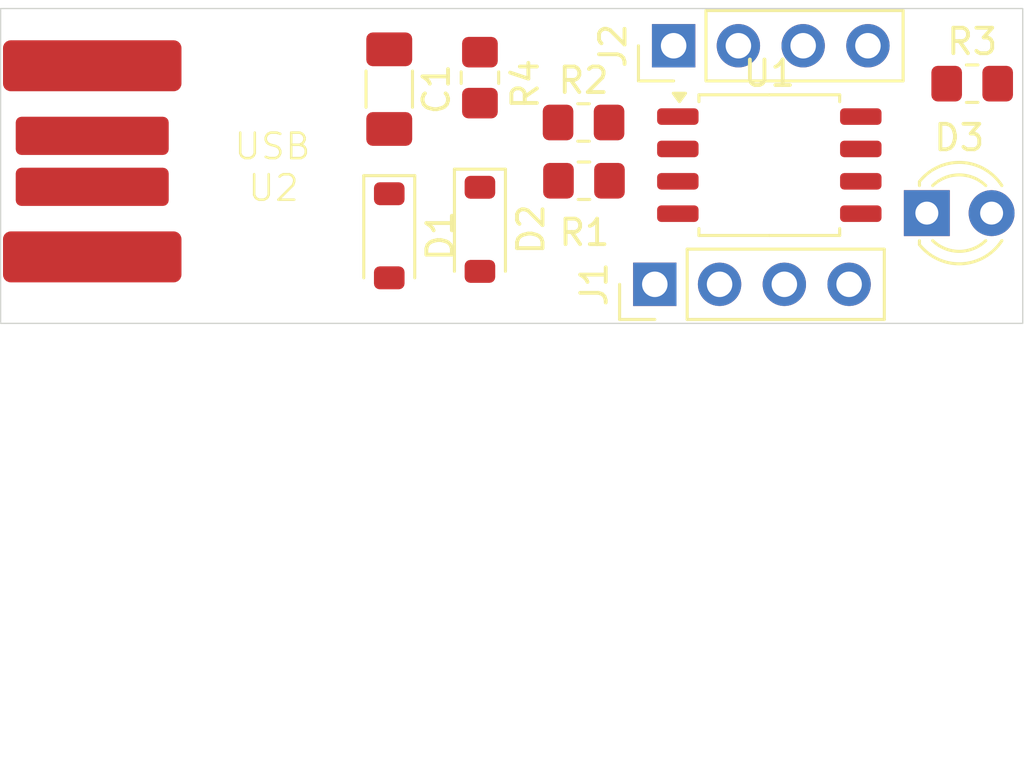
<source format=kicad_pcb>
(kicad_pcb (version 20241229) (generator "pcbnew") (generator_version "9.0")
  (layers (0 "F.Cu" signal) (2 "B.Cu" signal) (13 "F.Paste" user) (15 "B.Paste" user) (5 "F.SilkS" user "F.Silkscreen") (7 "B.SilkS" user "B.Silkscreen") (1 "F.Mask" user) (3 "B.Mask" user) (25 "Edge.Cuts" user))
  (net 0 "")
  (net 1 "+5V")
  (net 2 "GND")
  (net 3 "Net-(D1-K)")
  (net 4 "Net-(D2-K)")
  (net 5 "Net-(J2-Pin_3)")
  (net 6 "Net-(J2-Pin_2)")
  (net 7 "Net-(J1-Pin_2)")
  (net 8 "Net-(D3-A)")
  (net 11 "Net-(J2-Pin_1)")
  (net 13 "Net-(J1-Pin_1)")
  (net 14 "Net-(J1-Pin_3)")
  (footprint "Resistor_SMD:R_0805_2012Metric_Pad1.20x1.40mm_HandSolder" (layer "F.Cu") (at 128.778 104.902)
    (property "Reference" "R2" (at 0 -1.65 0) (layer "F.SilkS"))
    (property "Value" "68R" (hide yes))
    (fp_line (start -0.227064 -0.735) (end 0.227064 -0.735) (stroke (width 0.12)) (layer "F.SilkS"))
    (fp_line (start -0.227064 0.735) (end 0.227064 0.735) (stroke (width 0.12)) (layer "F.SilkS"))
    (pad "1" smd roundrect (at -1 0) (size 1.2 1.4) (layers "F.Cu" "F.Mask" "F.Paste") (roundrect_rratio 0.208333) (net 6 "Net-(J2-Pin_2)"))
    (pad "2" smd roundrect (at 1 0) (size 1.2 1.4) (layers "F.Cu" "F.Mask" "F.Paste") (roundrect_rratio 0.208333) (net 4 "Net-(D2-K)"))
  )
  (footprint "Capacitor_SMD:C_1206_3216Metric_Pad1.33x1.80mm_HandSolder" (layer "F.Cu") (at 121.158 103.5935 -90)
    (property "Reference" "C1" (at 0 -1.85 90) (layer "F.SilkS"))
    (property "Value" "100n" (hide yes))
    (fp_line (start -0.711252 0.91) (end 0.711252 0.91) (stroke (width 0.12)) (layer "F.SilkS"))
    (fp_line (start -0.711252 -0.91) (end 0.711252 -0.91) (stroke (width 0.12)) (layer "F.SilkS"))
    (pad "1" smd roundrect (at -1.5625 0 270) (size 1.325 1.8) (layers "F.Cu" "F.Mask" "F.Paste") (roundrect_rratio 0.188679) (net 1 "+5V"))
    (pad "2" smd roundrect (at 1.5625 0 270) (size 1.325 1.8) (layers "F.Cu" "F.Mask" "F.Paste") (roundrect_rratio 0.188679) (net 2 "GND"))
  )
  (footprint "Diode_SMD:D_SOD-123" (layer "F.Cu") (at 121.158 109.348 -90)
    (property "Reference" "D1" (at 0 -2 90) (layer "F.SilkS"))
    (property "Value" "3V6" (hide yes))
    (fp_line (start -2.36 1) (end 1.65 1) (stroke (width 0.12)) (layer "F.SilkS"))
    (fp_line (start -2.36 -1) (end -2.36 1) (stroke (width 0.12)) (layer "F.SilkS"))
    (fp_line (start -2.36 -1) (end 1.65 -1) (stroke (width 0.12)) (layer "F.SilkS"))
    (pad "1" smd roundrect (at -1.65 0 270) (size 0.9 1.2) (layers "F.Cu" "F.Mask" "F.Paste") (net 3 "Net-(D1-K)"))
    (pad "2" smd roundrect (at 1.65 0 270) (size 0.9 1.2) (layers "F.Cu" "F.Mask" "F.Paste") (net 2 "GND"))
  )
  (footprint "Resistor_SMD:R_0805_2012Metric_Pad1.20x1.40mm_HandSolder" (layer "F.Cu") (at 128.794 107.188)
    (property "Reference" "R1" (at 0.016 2.032 0) (layer "F.SilkS"))
    (property "Value" "68R")
    (fp_line (start -0.227064 -0.735) (end 0.227064 -0.735) (stroke (width 0.12)) (layer "F.SilkS"))
    (fp_line (start -0.227064 0.735) (end 0.227064 0.735) (stroke (width 0.12)) (layer "F.SilkS"))
    (pad "1" smd roundrect (at -1 0) (size 1.2 1.4) (layers "F.Cu" "F.Mask" "F.Paste") (roundrect_rratio 0.208333) (net 5 "Net-(J2-Pin_3)"))
    (pad "2" smd roundrect (at 1 0) (size 1.2 1.4) (layers "F.Cu" "F.Mask" "F.Paste") (roundrect_rratio 0.208333) (net 3 "Net-(D1-K)"))
  )
  (footprint "1_my_LIB:my_footprint" (layer "F.Cu") (at 109.5095 106.426)
    (property "Reference" "U2" (at 7.112 1.048 0) (layer "F.SilkS") (effects (font (thickness 0.1))))
    (property "Value" "~" (hide yes))
    (fp_text user "USB" (at 5.5 0 0) (layer "F.SilkS") (effects (font (thickness 0.1)) (justify left bottom)))
    (pad "1" smd roundrect (at 0 -3.75) (size 7 2) (layers "F.Cu" "F.Mask" "F.Paste") (roundrect_rratio 0.15) (net 1 "+5V"))
    (pad "2" smd roundrect (at 0 -1) (size 6 1.5) (layers "F.Cu" "F.Mask" "F.Paste") (roundrect_rratio 0.15) (net 4 "Net-(D2-K)"))
    (pad "3" smd roundrect (at 0 1) (size 6 1.5) (layers "F.Cu" "F.Mask" "F.Paste") (roundrect_rratio 0.15) (net 3 "Net-(D1-K)"))
    (pad "4" smd roundrect (at 0 3.75) (size 7 2) (layers "F.Cu" "F.Mask" "F.Paste") (roundrect_rratio 0.15) (net 2 "GND"))
  )
  (footprint "Resistor_SMD:R_0805_2012Metric_Pad1.20x1.40mm_HandSolder" (layer "F.Cu") (at 124.714 103.142 90)
    (property "Reference" "R4" (at -0.254 1.778 90) (layer "F.SilkS"))
    (property "Value" "1k5" (hide yes))
    (fp_line (start -0.227064 -0.735) (end 0.227064 -0.735) (stroke (width 0.12)) (layer "F.SilkS"))
    (fp_line (start -0.227064 0.735) (end 0.227064 0.735) (stroke (width 0.12)) (layer "F.SilkS"))
    (pad "1" smd roundrect (at -1 0 90) (size 1.2 1.4) (layers "F.Cu" "F.Mask" "F.Paste") (roundrect_rratio 0.208333) (net 1 "+5V"))
    (pad "2" smd roundrect (at 1 0 90) (size 1.2 1.4) (layers "F.Cu" "F.Mask" "F.Paste") (roundrect_rratio 0.208333) (net 4 "Net-(D2-K)"))
  )
  (footprint "Package_SO:SOIC-8_5.3x5.3mm_P1.27mm" (layer "F.Cu") (at 136.0625 106.575)
    (property "Reference" "U1" (at 0 -3.6 0) (layer "F.SilkS"))
    (property "Value" "ATtiny85-20M")
    (fp_line (start -2.76 -2.76) (end -2.76 -2.49) (stroke (width 0.12)) (layer "F.SilkS"))
    (fp_line (start -2.76 2.76) (end -2.76 2.49) (stroke (width 0.12)) (layer "F.SilkS"))
    (fp_line (start 0 -2.76) (end -2.76 -2.76) (stroke (width 0.12)) (layer "F.SilkS"))
    (fp_line (start 0 -2.76) (end 2.76 -2.76) (stroke (width 0.12)) (layer "F.SilkS"))
    (fp_line (start 0 2.76) (end -2.76 2.76) (stroke (width 0.12)) (layer "F.SilkS"))
    (fp_line (start 0 2.76) (end 2.76 2.76) (stroke (width 0.12)) (layer "F.SilkS"))
    (fp_line (start 2.76 -2.76) (end 2.76 -2.49) (stroke (width 0.12)) (layer "F.SilkS"))
    (fp_line (start 2.76 2.76) (end 2.76 2.49) (stroke (width 0.12)) (layer "F.SilkS"))
    (fp_poly (pts (xy -3.525 -2.49) (xy -3.765 -2.82) (xy -3.285 -2.82)) (stroke (width 0.12)) (fill yes) (layer "F.SilkS"))
    (pad "1" smd roundrect (at -3.5875 -1.905) (size 1.625 0.65) (layers "F.Cu" "F.Mask" "F.Paste") (net 11 "Net-(J2-Pin_1)"))
    (pad "2" smd roundrect (at -3.5875 -0.635) (size 1.625 0.65) (layers "F.Cu" "F.Mask" "F.Paste") (net 6 "Net-(J2-Pin_2)"))
    (pad "3" smd roundrect (at -3.5875 0.635) (size 1.625 0.65) (layers "F.Cu" "F.Mask" "F.Paste"))
    (pad "4" smd roundrect (at -3.5875 1.905) (size 1.625 0.65) (layers "F.Cu" "F.Mask" "F.Paste"))
    (pad "5" smd roundrect (at 3.5875 1.905) (size 1.625 0.65) (layers "F.Cu" "F.Mask" "F.Paste") (net 5 "Net-(J2-Pin_3)"))
    (pad "6" smd roundrect (at 3.5875 0.635) (size 1.625 0.65) (layers "F.Cu" "F.Mask" "F.Paste"))
    (pad "7" smd roundrect (at 3.5875 -0.635) (size 1.625 0.65) (layers "F.Cu" "F.Mask" "F.Paste"))
    (pad "8" smd roundrect (at 3.5875 -1.905) (size 1.625 0.65) (layers "F.Cu" "F.Mask" "F.Paste") (net 2 "GND"))
  )
  (footprint "LED_THT:LED_D3.0mm" (layer "F.Cu") (at 142.24 108.458)
    (property "Reference" "D3" (at 1.27 -2.96 0) (layer "F.SilkS"))
    (property "Value" "LED")
    (fp_line (start -0.29 -1.236) (end -0.29 -1.08) (stroke (width 0.12)) (layer "F.SilkS"))
    (fp_line (start -0.29 1.08) (end -0.29 1.236) (stroke (width 0.12)) (layer "F.SilkS"))
    (fp_arc (start -0.29 -1.235516) (mid 1.36566 -1.987699) (end 2.941437 -1.08) (stroke (width 0.12)) (layer "F.SilkS"))
    (fp_arc (start 0.229039 -1.08) (mid 1.27 -1.5) (end 2.310961 -1.08) (stroke (width 0.12)) (layer "F.SilkS"))
    (fp_arc (start 2.310961 1.08) (mid 1.27 1.5) (end 0.229039 1.08) (stroke (width 0.12)) (layer "F.SilkS"))
    (fp_arc (start 2.941437 1.08) (mid 1.36566 1.987699) (end -0.29 1.235516) (stroke (width 0.12)) (layer "F.SilkS"))
    (pad "1" thru_hole rect (at 0 0) (size 1.8 1.8) (drill 0.9) (layers "*.Cu" "*.Mask") (net 2 "GND"))
    (pad "2" thru_hole circle (at 2.54 0) (size 1.8 1.8) (drill 0.9) (layers "*.Cu" "*.Mask") (net 8 "Net-(D3-A)"))
  )
  (footprint "Diode_SMD:D_SOD-123" (layer "F.Cu") (at 124.714 109.094 -90)
    (property "Reference" "D2" (at 0 -2 90) (layer "F.SilkS"))
    (property "Value" "3V6" (hide yes))
    (fp_line (start -2.36 1) (end 1.65 1) (stroke (width 0.12)) (layer "F.SilkS"))
    (fp_line (start -2.36 -1) (end -2.36 1) (stroke (width 0.12)) (layer "F.SilkS"))
    (fp_line (start -2.36 -1) (end 1.65 -1) (stroke (width 0.12)) (layer "F.SilkS"))
    (pad "1" smd roundrect (at -1.65 0 270) (size 0.9 1.2) (layers "F.Cu" "F.Mask" "F.Paste") (net 4 "Net-(D2-K)"))
    (pad "2" smd roundrect (at 1.65 0 270) (size 0.9 1.2) (layers "F.Cu" "F.Mask" "F.Paste") (net 2 "GND"))
  )
  (footprint "Connector_PinHeader_2.54mm:PinHeader_1x04_P2.54mm_Vertical" (layer "F.Cu") (at 131.572 111.252 90)
    (property "Reference" "J1" (at 0 -2.38 90) (layer "F.SilkS"))
    (property "Value" "Conn_01x04" (hide yes))
    (fp_line (start -1.38 -1.38) (end 0 -1.38) (stroke (width 0.12)) (layer "F.SilkS"))
    (fp_line (start -1.38 0) (end -1.38 -1.38) (stroke (width 0.12)) (layer "F.SilkS"))
    (fp_line (start 1.38 1.27) (end 1.38 9) (stroke (width 0.12)) (layer "F.SilkS"))
    (fp_line (start -1.38 1.27) (end 1.38 1.27) (stroke (width 0.12)) (layer "F.SilkS"))
    (fp_line (start -1.38 1.27) (end -1.38 9) (stroke (width 0.12)) (layer "F.SilkS"))
    (fp_line (start -1.38 9) (end 1.38 9) (stroke (width 0.12)) (layer "F.SilkS"))
    (pad "1" thru_hole rect (at 0 0 90) (size 1.7 1.7) (drill 1) (layers "*.Cu" "*.Mask") (net 13 "Net-(J1-Pin_1)"))
    (pad "2" thru_hole circle (at 0 2.54 90) (size 1.7 1.7) (drill 1) (layers "*.Cu" "*.Mask") (net 7 "Net-(J1-Pin_2)"))
    (pad "3" thru_hole circle (at 0 5.08 90) (size 1.7 1.7) (drill 1) (layers "*.Cu" "*.Mask") (net 14 "Net-(J1-Pin_3)"))
    (pad "4" thru_hole circle (at 0 7.62 90) (size 1.7 1.7) (drill 1) (layers "*.Cu" "*.Mask") (net 1 "+5V"))
  )
  (footprint "Resistor_SMD:R_0805_2012Metric_Pad1.20x1.40mm_HandSolder" (layer "F.Cu") (at 144.018 103.378)
    (property "Reference" "R3" (at 0 -1.65 0) (layer "F.SilkS"))
    (property "Value" "330R")
    (fp_line (start -0.227064 -0.735) (end 0.227064 -0.735) (stroke (width 0.12)) (layer "F.SilkS"))
    (fp_line (start -0.227064 0.735) (end 0.227064 0.735) (stroke (width 0.12)) (layer "F.SilkS"))
    (pad "1" smd roundrect (at -1 0) (size 1.2 1.4) (layers "F.Cu" "F.Mask" "F.Paste") (roundrect_rratio 0.208333) (net 7 "Net-(J1-Pin_2)"))
    (pad "2" smd roundrect (at 1 0) (size 1.2 1.4) (layers "F.Cu" "F.Mask" "F.Paste") (roundrect_rratio 0.208333) (net 8 "Net-(D3-A)"))
  )
  (footprint "Connector_PinHeader_2.54mm:PinHeader_1x04_P2.54mm_Vertical" (layer "F.Cu") (at 132.31 101.89 90)
    (property "Reference" "J2" (at 0 -2.38 90) (layer "F.SilkS"))
    (property "Value" "Conn_01x04" (hide yes))
    (fp_line (start -1.38 -1.38) (end 0 -1.38) (stroke (width 0.12)) (layer "F.SilkS"))
    (fp_line (start -1.38 0) (end -1.38 -1.38) (stroke (width 0.12)) (layer "F.SilkS"))
    (fp_line (start 1.38 1.27) (end 1.38 9) (stroke (width 0.12)) (layer "F.SilkS"))
    (fp_line (start -1.38 1.27) (end 1.38 1.27) (stroke (width 0.12)) (layer "F.SilkS"))
    (fp_line (start -1.38 1.27) (end -1.38 9) (stroke (width 0.12)) (layer "F.SilkS"))
    (fp_line (start -1.38 9) (end 1.38 9) (stroke (width 0.12)) (layer "F.SilkS"))
    (pad "1" thru_hole rect (at 0 0 90) (size 1.7 1.7) (drill 1) (layers "*.Cu" "*.Mask") (net 11 "Net-(J2-Pin_1)"))
    (pad "2" thru_hole circle (at 0 2.54 90) (size 1.7 1.7) (drill 1) (layers "*.Cu" "*.Mask") (net 6 "Net-(J2-Pin_2)"))
    (pad "3" thru_hole circle (at 0 5.08 90) (size 1.7 1.7) (drill 1) (layers "*.Cu" "*.Mask") (net 5 "Net-(J2-Pin_3)"))
    (pad "4" thru_hole circle (at 0 7.62 90) (size 1.7 1.7) (drill 1) (layers "*.Cu" "*.Mask") (net 2 "GND"))
  )
  (gr_rect (start 105.918 100.43) (end 146 112.784) (stroke (width 0.05)) (fill no) (layer "Edge.Cuts"))
)
</source>
